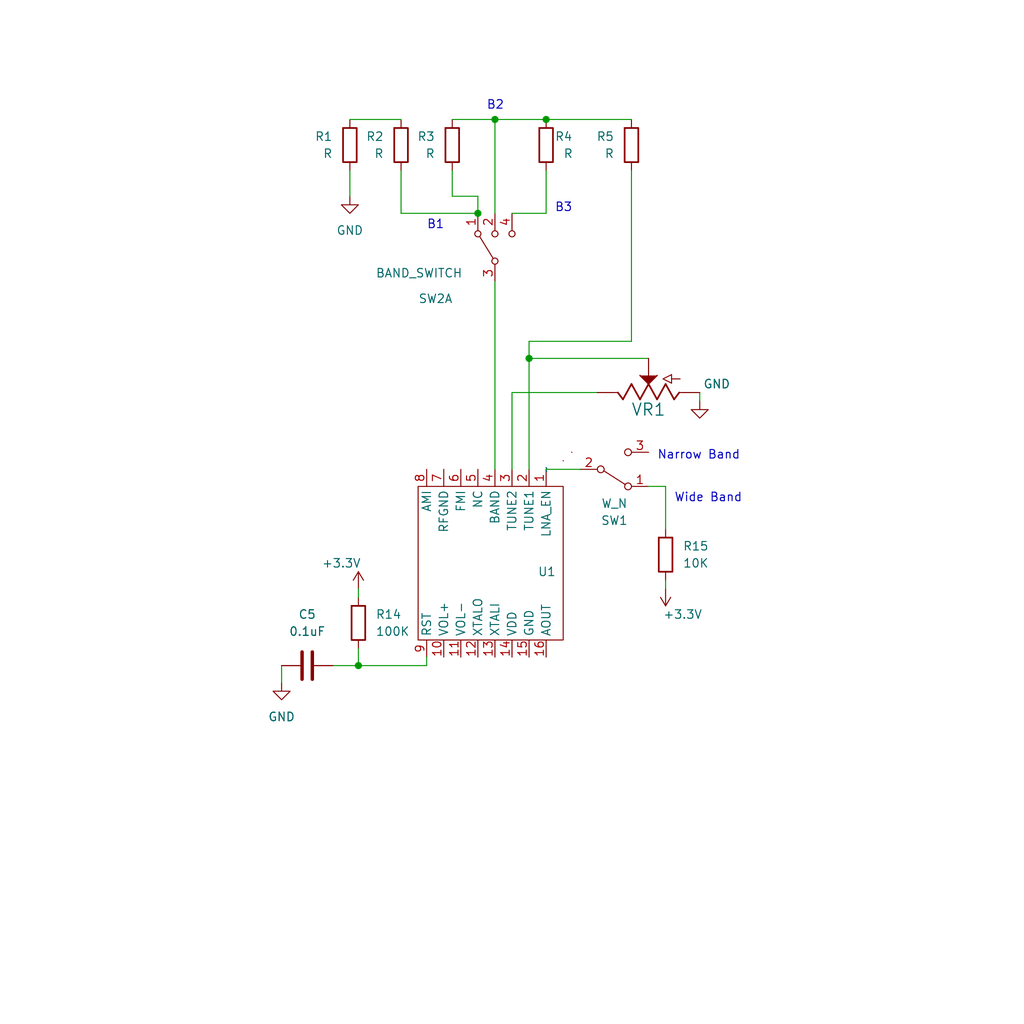
<source format=kicad_sch>
(kicad_sch (version 20230121) (generator eeschema)
  (paper "User" 152.4 152.4)
  (title_block (title "SI4825 Narrow and Wide band setup") (rev "1.0") (company "Ricardo Lima Caratti"))
  (lib_symbols
    (symbol "Device:C" (pin_numbers hide) (pin_names (offset 0.254))
      (property "Reference" "C" (at 0.635 2.54 0))
      (property "Value" "C" (at 0.635 -2.54 0))
      (symbol "C_0_1"
        (polyline (pts (xy -2.032 -0.762) (xy 2.032 -0.762)) (stroke (width 0.508)))
        (polyline (pts (xy -2.032 0.762) (xy 2.032 0.762)) (stroke (width 0.508)))
      )
      (symbol "C_1_1"
        (pin passive line (at 0 3.81 270) (length 2.794) (name "~") (number "1"))
        (pin passive line (at 0 -3.81 90) (length 2.794) (name "~") (number "2"))
      )
    )
    (symbol "Device:R" (pin_numbers hide) (pin_names (offset 0))
      (property "Reference" "R" (at 2.032 0 90))
      (property "Value" "R" (at 0 0 90))
      (symbol "R_0_1"
        (rectangle (start -1.016 -2.54) (end 1.016 2.54) (stroke (width 0.254)))
      )
      (symbol "R_1_1"
        (pin passive line (at 0 3.81 270) (length 1.27) (name "~") (number "1"))
        (pin passive line (at 0 -3.81 90) (length 1.27) (name "~") (number "2"))
      )
    )
    (symbol "SI4844:POTENTIOMETER-PTH-9MM-1/20W-20%"
      (property "Reference" "VR" (at 3.048 -0.254 90))
      (symbol "POTENTIOMETER-PTH-9MM-1/20W-20%_1_0"
        (polyline (pts (xy -1.016 -3.81) (xy 1.27 -2.54)) (stroke (width 0.254)))
        (polyline (pts (xy -1.016 -1.27) (xy 1.27 0)) (stroke (width 0.254)))
        (polyline (pts (xy -1.016 1.27) (xy 1.27 2.54)) (stroke (width 0.254)))
        (polyline (pts (xy -1.016 3.81) (xy 0 4.572)) (stroke (width 0.254)))
        (polyline (pts (xy 0 -5.08) (xy 0 -4.572)) (stroke (width 0.1524)))
        (polyline (pts (xy 0 -4.572) (xy -1.016 -3.81)) (stroke (width 0.254)))
        (polyline (pts (xy 0 4.572) (xy 0 5.08)) (stroke (width 0.1524)))
        (polyline (pts (xy 1.27 -2.54) (xy -1.016 -1.27)) (stroke (width 0.254)))
        (polyline (pts (xy 1.27 0) (xy -1.016 1.27)) (stroke (width 0.254)))
        (polyline (pts (xy 1.27 2.54) (xy -1.016 3.81)) (stroke (width 0.254)))
        (polyline (pts (xy 1.397 -3.429) (xy 2.032 -2.159)) (stroke (width 0.1524)))
        (polyline (pts (xy 2.032 -4.699) (xy 2.032 -3.429)) (stroke (width 0.1524)))
        (polyline (pts (xy 2.032 -3.429) (xy 1.397 -3.429)) (stroke (width 0.1524)))
        (polyline (pts (xy 2.032 -2.159) (xy 2.667 -3.429)) (stroke (width 0.1524)))
        (polyline (pts (xy 2.667 -3.429) (xy 2.032 -3.429)) (stroke (width 0.1524)))
        (polyline (pts (xy 2.54 -1.27) (xy 1.27 0) (xy 2.54 1.27)) (stroke (width 0.2032)) (fill (type outline)))
        (pin passive line (at 0 7.62 270) (length 2.54) (name "E") (number "P$1"))
        (pin passive line (at 5.08 0 180) (length 2.54) (name "S") (number "P$2"))
        (pin passive line (at 0 -7.62 90) (length 2.54) (name "A") (number "P$3"))
      )
    )
    (symbol "SI48XX:SI4825"
      (property "Reference" "U" (at 0 6.35 0))
      (symbol "SI4825_0_0"
        (pin bidirectional line (at 13.97 -8.89 180) (length 2.54) (name "XTALI") (number "13"))
        (pin power_in line (at 13.97 -6.35 180) (length 2.54) (name "VDD") (number "14"))
        (pin power_in line (at 13.97 -3.81 180) (length 2.54) (name "GND") (number "15"))
        (pin output line (at 13.97 -1.27 180) (length 2.54) (name "AOUT") (number "16"))
        (pin passive line (at -13.97 -3.81 0) (length 2.54) (name "TUNE1") (number "2"))
        (pin passive line (at -13.97 -6.35 0) (length 2.54) (name "TUNE2") (number "3"))
        (pin passive line (at -13.97 -8.89 0) (length 2.54) (name "BAND") (number "4"))
        (pin free line (at -13.97 -11.43 0) (length 2.54) (name "NC") (number "5"))
        (pin input line (at -13.97 -13.97 0) (length 2.54) (name "FMI") (number "6"))
        (pin passive line (at -13.97 -16.51 0) (length 2.54) (name "RFGND") (number "7"))
        (pin input line (at -13.97 -19.05 0) (length 2.54) (name "AMI") (number "8"))
        (pin output line (at 13.97 -19.05 180) (length 2.54) (name "RST") (number "9"))
      )
      (symbol "SI4825_0_1"
        (rectangle (start -16.51 2.54) (end -16.51 2.54))
        (rectangle (start -15.24 1.27) (end -15.24 1.27))
        (rectangle (start -15.24 1.27) (end -15.24 1.27))
      )
      (symbol "SI4825_1_0"
        (pin output line (at -13.97 -1.27 0) (length 2.54) (name "LNA_EN") (number "1"))
        (pin bidirectional line (at 13.97 -16.51 180) (length 2.54) (name "VOL+") (number "10"))
        (pin bidirectional line (at 13.97 -13.97 180) (length 2.54) (name "VOL-") (number "11"))
        (pin bidirectional line (at 13.97 -11.43 180) (length 2.54) (name "XTALO") (number "12"))
      )
      (symbol "SI4825_1_1"
        (rectangle (start -16.51 2.54) (end -16.51 2.54))
        (rectangle (start -11.43 1.27) (end 11.43 -20.32))
      )
    )
    (symbol "Switch:SW_DP3T" (pin_names (offset 0) hide)
      (property "Reference" "SW" (at 0 5.08 0))
      (property "Value" "SW_DP3T" (at 0 -5.08 0))
      (symbol "SW_DP3T_0_1"
        (circle (center -2.032 0) (radius 0.4572))
        (polyline (pts (xy -1.651 0.254) (xy 1.651 2.286)))
        (circle (center 2.032 -2.54) (radius 0.4572))
        (circle (center 2.032 0) (radius 0.4572))
        (circle (center 2.032 2.54) (radius 0.4572))
      )
      (symbol "SW_DP3T_1_1"
        (pin passive line (at 5.08 2.54 180) (length 2.54) (name "1") (number "1"))
        (pin passive line (at 5.08 0 180) (length 2.54) (name "2") (number "2"))
        (pin passive line (at -5.08 0 0) (length 2.54) (name "3") (number "3"))
        (pin passive line (at 5.08 -2.54 180) (length 2.54) (name "4") (number "4"))
      )
      (symbol "SW_DP3T_2_1"
        (pin passive line (at 5.08 2.54 180) (length 2.54) (name "5") (number "5"))
        (pin passive line (at 5.08 0 180) (length 2.54) (name "6") (number "6"))
        (pin passive line (at -5.08 0 0) (length 2.54) (name "7") (number "7"))
        (pin passive line (at 5.08 -2.54 180) (length 2.54) (name "8") (number "8"))
      )
    )
    (symbol "Switch:SW_SPDT" (pin_names (offset 0) hide)
      (property "Reference" "SW" (at 0 4.318 0))
      (property "Value" "SW_SPDT" (at 0 -5.08 0))
      (symbol "SW_SPDT_0_0"
        (circle (center -2.032 0) (radius 0.508))
        (circle (center 2.032 -2.54) (radius 0.508))
      )
      (symbol "SW_SPDT_0_1"
        (polyline (pts (xy -1.524 0.254) (xy 1.651 2.286)))
        (circle (center 2.032 2.54) (radius 0.508))
      )
      (symbol "SW_SPDT_1_1"
        (pin passive line (at 5.08 2.54 180) (length 2.54) (name "A") (number "1"))
        (pin passive line (at -5.08 0 0) (length 2.54) (name "B") (number "2"))
        (pin passive line (at 5.08 -2.54 180) (length 2.54) (name "C") (number "3"))
      )
    )
    (symbol "power:+3.3V" (power) (pin_names (offset 0))
      (property "Value" "+3.3V" (at 0 3.556 0))
      (symbol "+3.3V_0_1"
        (polyline (pts (xy -0.762 1.27) (xy 0 2.54)))
        (polyline (pts (xy 0 0) (xy 0 2.54)))
        (polyline (pts (xy 0 2.54) (xy 0.762 1.27)))
      )
      (symbol "+3.3V_1_1"
        (pin power_in line (at 0 0 90) (length 0) hide (name "+3.3V") (number "1"))
      )
    )
    (symbol "power:GND" (power) (pin_names (offset 0))
      (property "Value" "GND" (at 0 -3.81 0))
      (symbol "GND_0_1"
        (polyline (pts (xy 0 0) (xy 0 -1.27) (xy 1.27 -1.27) (xy 0 -2.54) (xy -1.27 -1.27) (xy 0 -1.27)))
      )
      (symbol "GND_1_1"
        (pin power_in line (at 0 0 270) (length 0) hide (name "GND") (number "1"))
      )
    )
  )
  (junction (at 71.12 31.75))
  (junction (at 78.74 53.34))
  (junction (at 73.66 17.78))
  (junction (at 81.28 17.78))
  (junction (at 53.34 99.06))
  (wire (pts (xy 52.07 25.4) (xy 52.07 29.21)))
  (wire (pts (xy 49.53 99.06) (xy 53.34 99.06)))
  (wire (pts (xy 76.2 58.42) (xy 76.2 69.85)))
  (wire (pts (xy 63.5 97.79) (xy 63.5 99.06)))
  (wire (pts (xy 88.9 58.42) (xy 76.2 58.42)))
  (wire (pts (xy 78.74 53.34) (xy 78.74 69.85)))
  (wire (pts (xy 81.28 17.78) (xy 93.98 17.78)))
  (wire (pts (xy 99.06 72.39) (xy 99.06 78.74)))
  (wire (pts (xy 67.31 25.4) (xy 67.31 29.21)))
  (wire (pts (xy 78.74 53.34) (xy 96.52 53.34)))
  (wire (pts (xy 53.34 87.63) (xy 53.34 88.9)))
  (wire (pts (xy 52.07 17.78) (xy 59.69 17.78)))
  (wire (pts (xy 93.98 25.4) (xy 93.98 50.8)))
  (wire (pts (xy 53.34 96.52) (xy 53.34 99.06)))
  (wire (pts (xy 104.14 58.42) (xy 104.14 59.69)))
  (wire (pts (xy 71.12 29.21) (xy 71.12 31.75)))
  (wire (pts (xy 73.66 17.78) (xy 73.66 31.75)))
  (wire (pts (xy 67.31 17.78) (xy 73.66 17.78)))
  (wire (pts (xy 59.69 25.4) (xy 59.69 31.75)))
  (wire (pts (xy 53.34 99.06) (xy 63.5 99.06)))
  (wire (pts (xy 96.52 72.39) (xy 99.06 72.39)))
  (wire (pts (xy 99.06 86.36) (xy 99.06 87.63)))
  (wire (pts (xy 41.91 99.06) (xy 41.91 101.6)))
  (wire (pts (xy 67.31 29.21) (xy 71.12 29.21)))
  (wire (pts (xy 93.98 50.8) (xy 78.74 50.8)))
  (wire (pts (xy 78.74 53.34) (xy 78.74 50.8)))
  (wire (pts (xy 81.28 31.75) (xy 76.2 31.75)))
  (wire (pts (xy 73.66 41.91) (xy 73.66 69.85)))
  (wire (pts (xy 81.28 69.85) (xy 86.36 69.85)))
  (wire (pts (xy 73.66 17.78) (xy 81.28 17.78)))
  (wire (pts (xy 59.69 31.75) (xy 71.12 31.75)))
  (wire (pts (xy 81.28 25.4) (xy 81.28 31.75)))
  (text "Wide Band" (at 100.33 74.93 0) (effects (font (size 1.27 1.27)) (justify left bottom)))
  (text "B1" (at 63.5 34.29 0) (effects (font (size 1.27 1.27)) (justify left bottom)))
  (text "B3" (at 82.55 31.75 0) (effects (font (size 1.27 1.27)) (justify left bottom)))
  (text "B2" (at 72.39 16.51 0) (effects (font (size 1.27 1.27)) (justify left bottom)))
  (text "Narrow Band" (at 97.79 68.58 0) (effects (font (size 1.27 1.27)) (justify left bottom)))
  (symbol (lib_id "Device:R") (at 67.31 21.59 0) (mirror y) (unit 1)
    (property "Reference" "R3" (at 64.77 20.32 0) (effects (justify left)))
    (property "Value" "R" (at 64.77 22.86 0) (effects (justify left)))
  )
  (symbol (lib_id "Device:R") (at 81.28 21.59 0) (unit 1)
    (property "Reference" "R4" (at 82.55 20.32 0) (effects (justify left)))
    (property "Value" "R" (at 83.82 22.86 0) (effects (justify left)))
  )
  (symbol (lib_id "power:GND") (at 104.14 59.69 0) (unit 1)
    (property "Reference" "#PWR02" (effects hide))
    (property "Value" "GND" (at 106.68 57.15 0))
  )
  (symbol (lib_id "Device:R") (at 59.69 21.59 0) (mirror y) (unit 1)
    (property "Reference" "R2" (at 57.15 20.32 0) (effects (justify left)))
    (property "Value" "R" (at 57.15 22.86 0) (effects (justify left)))
  )
  (symbol (lib_id "Device:R") (at 53.34 92.71 0) (unit 1)
    (property "Reference" "R14" (at 55.88 91.44 0) (effects (justify left)))
    (property "Value" "100K" (at 55.88 93.98 0) (effects (justify left)))
  )
  (symbol (lib_id "power:+3.3V") (at 99.06 87.63 180) (unit 1)
    (property "Reference" "#PWR014" (effects hide))
    (property "Value" "+3.3V" (at 101.6 91.44 0))
  )
  (symbol (lib_id "Device:R") (at 99.06 82.55 0) (unit 1)
    (property "Reference" "R15" (at 101.6 81.28 0) (effects (justify left)))
    (property "Value" "10K" (at 101.6 83.82 0) (effects (justify left)))
  )
  (symbol (lib_id "Device:C") (at 45.72 99.06 270) (unit 1)
    (property "Reference" "C5" (at 45.72 91.44 90))
    (property "Value" "0.1uF" (at 45.72 93.98 90))
  )
  (symbol (lib_id "SI4844:POTENTIOMETER-PTH-9MM-1/20W-20%") (at 96.52 58.42 90) (unit 1)
    (property "Reference" "VR1" (at 96.52 60.96 90) (effects (font (size 1.778 1.778))))
    (property "Value" "100K" (effects hide))
    (property "Footprint" "SI4844_01:POT-PTH-ALPS" (effects hide))
  )
  (symbol (lib_id "Switch:SW_SPDT") (at 91.44 69.85 0) (mirror x) (unit 1)
    (property "Reference" "SW1" (at 91.44 77.47 0))
    (property "Value" "W_N" (at 91.44 74.93 0))
  )
  (symbol (lib_id "Device:R") (at 93.98 21.59 0) (mirror y) (unit 1)
    (property "Reference" "R5" (at 91.44 20.32 0) (effects (justify left)))
    (property "Value" "R" (at 91.44 22.86 0) (effects (justify left)))
  )
  (symbol (lib_id "power:GND") (at 41.91 101.6 0) (unit 1)
    (property "Reference" "#PWR08" (effects hide))
    (property "Value" "GND" (at 41.91 106.68 0))
  )
  (symbol (lib_id "power:+3.3V") (at 53.34 87.63 0) (unit 1)
    (property "Reference" "#PWR09" (effects hide))
    (property "Value" "+3.3V" (at 50.8 83.82 0))
  )
  (symbol (lib_id "power:GND") (at 52.07 29.21 0) (unit 1)
    (property "Reference" "#PWR01" (effects hide))
    (property "Value" "GND" (at 52.07 34.29 0))
  )
  (symbol (lib_id "Switch:SW_DP3T") (at 73.66 36.83 90) (unit 1)
    (property "Reference" "SW2" (at 62.23 44.45 90) (effects (justify right)))
    (property "Value" "BAND_SWITCH" (at 55.88 40.64 90) (effects (justify right)))
  )
  (symbol (lib_id "SI48XX:SI4825") (at 82.55 83.82 270) (unit 1)
    (property "Reference" "U1" (at 80.01 85.09 90) (effects (justify left)))
    (property "Value" "~" (at 81.28 69.85 0))
    (property "Footprint" "SI48XX:SI4825" (effects hide))
  )
  (symbol (lib_id "Device:R") (at 52.07 21.59 0) (mirror y) (unit 1)
    (property "Reference" "R1" (at 49.53 20.32 0) (effects (justify left)))
    (property "Value" "R" (at 49.53 22.86 0) (effects (justify left)))
  )
)
</source>
